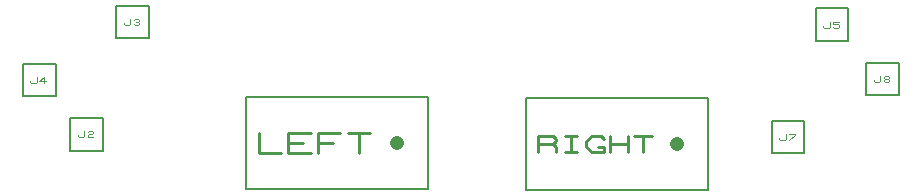
<source format=gbr>
G04 PROTEUS GERBER X2 FILE*
%TF.GenerationSoftware,Labcenter,Proteus,8.13-SP0-Build31525*%
%TF.CreationDate,2024-11-27T16:09:25+00:00*%
%TF.FileFunction,AssemblyDrawing,Top*%
%TF.FilePolarity,Positive*%
%TF.Part,Single*%
%TF.SameCoordinates,{6c36026d-0d5a-4654-bc71-8b13258c69e2}*%
%FSLAX45Y45*%
%MOMM*%
G01*
%TA.AperFunction,Material*%
%ADD15C,0.203200*%
%ADD19C,1.219200*%
%ADD70C,0.278550*%
%ADD71C,0.225260*%
%ADD20C,0.084660*%
%TD.AperFunction*%
D15*
X+2014586Y+428840D02*
X+3558906Y+428840D01*
X+3558906Y+1211160D01*
X+2014586Y+1211160D01*
X+2014586Y+428840D01*
D19*
X+3294746Y+820000D02*
X+3294746Y+820000D01*
D70*
X+2122792Y+903566D02*
X+2122792Y+736434D01*
X+2310814Y+736434D01*
X+2561511Y+736434D02*
X+2373489Y+736434D01*
X+2373489Y+903566D01*
X+2561511Y+903566D01*
X+2373489Y+820000D02*
X+2498837Y+820000D01*
X+2624186Y+736434D02*
X+2624186Y+903566D01*
X+2812208Y+903566D01*
X+2624186Y+820000D02*
X+2749534Y+820000D01*
X+2874883Y+903566D02*
X+3062905Y+903566D01*
X+2968894Y+903566D02*
X+2968894Y+736434D01*
D15*
X+4384586Y+418840D02*
X+5928906Y+418840D01*
X+5928906Y+1201160D01*
X+4384586Y+1201160D01*
X+4384586Y+418840D01*
D19*
X+5664746Y+810000D02*
X+5664746Y+810000D01*
D71*
X+4487349Y+742421D02*
X+4487349Y+877578D01*
X+4614058Y+877578D01*
X+4639400Y+855052D01*
X+4639400Y+832526D01*
X+4614058Y+810000D01*
X+4487349Y+810000D01*
X+4614058Y+810000D02*
X+4639400Y+787473D01*
X+4639400Y+742421D01*
X+4715425Y+877578D02*
X+4816793Y+877578D01*
X+4766109Y+877578D02*
X+4766109Y+742421D01*
X+4715425Y+742421D02*
X+4816793Y+742421D01*
X+4994186Y+787473D02*
X+5044870Y+787473D01*
X+5044870Y+742421D01*
X+4943502Y+742421D01*
X+4892819Y+787473D01*
X+4892819Y+832526D01*
X+4943502Y+877578D01*
X+5019528Y+877578D01*
X+5044870Y+855052D01*
X+5095554Y+742421D02*
X+5095554Y+877578D01*
X+5247605Y+877578D02*
X+5247605Y+742421D01*
X+5095554Y+810000D02*
X+5247605Y+810000D01*
X+5298289Y+877578D02*
X+5450340Y+877578D01*
X+5374314Y+877578D02*
X+5374314Y+742421D01*
D15*
X+527586Y+752840D02*
X+801906Y+752840D01*
X+801906Y+1027160D01*
X+527586Y+1027160D01*
X+527586Y+752840D01*
D20*
X+588547Y+881533D02*
X+588547Y+873066D01*
X+598071Y+864600D01*
X+636171Y+864600D01*
X+645696Y+873066D01*
X+645696Y+915399D01*
X+674270Y+906933D02*
X+683795Y+915399D01*
X+712370Y+915399D01*
X+721895Y+906933D01*
X+721895Y+898466D01*
X+712370Y+890000D01*
X+683795Y+890000D01*
X+674270Y+881533D01*
X+674270Y+864600D01*
X+721895Y+864600D01*
D15*
X+917586Y+1702840D02*
X+1191906Y+1702840D01*
X+1191906Y+1977160D01*
X+917586Y+1977160D01*
X+917586Y+1702840D01*
D20*
X+978547Y+1831533D02*
X+978547Y+1823066D01*
X+988071Y+1814600D01*
X+1026171Y+1814600D01*
X+1035696Y+1823066D01*
X+1035696Y+1865399D01*
X+1064270Y+1856933D02*
X+1073795Y+1865399D01*
X+1102370Y+1865399D01*
X+1111895Y+1856933D01*
X+1111895Y+1848466D01*
X+1102370Y+1840000D01*
X+1111895Y+1831533D01*
X+1111895Y+1823066D01*
X+1102370Y+1814600D01*
X+1073795Y+1814600D01*
X+1064270Y+1823066D01*
X+1083320Y+1840000D02*
X+1102370Y+1840000D01*
D15*
X+127586Y+1212840D02*
X+401906Y+1212840D01*
X+401906Y+1487160D01*
X+127586Y+1487160D01*
X+127586Y+1212840D01*
D20*
X+188547Y+1341533D02*
X+188547Y+1333066D01*
X+198071Y+1324600D01*
X+236171Y+1324600D01*
X+245696Y+1333066D01*
X+245696Y+1375399D01*
X+321895Y+1341533D02*
X+264746Y+1341533D01*
X+302845Y+1375399D01*
X+302845Y+1324600D01*
D15*
X+6837586Y+1682840D02*
X+7111906Y+1682840D01*
X+7111906Y+1957160D01*
X+6837586Y+1957160D01*
X+6837586Y+1682840D01*
D20*
X+6898547Y+1811533D02*
X+6898547Y+1803066D01*
X+6908071Y+1794600D01*
X+6946171Y+1794600D01*
X+6955696Y+1803066D01*
X+6955696Y+1845399D01*
X+7031895Y+1845399D02*
X+6984270Y+1845399D01*
X+6984270Y+1828466D01*
X+7022370Y+1828466D01*
X+7031895Y+1820000D01*
X+7031895Y+1803066D01*
X+7022370Y+1794600D01*
X+6993795Y+1794600D01*
X+6984270Y+1803066D01*
D15*
X+6467586Y+732840D02*
X+6741906Y+732840D01*
X+6741906Y+1007160D01*
X+6467586Y+1007160D01*
X+6467586Y+732840D01*
D20*
X+6528547Y+861533D02*
X+6528547Y+853066D01*
X+6538071Y+844600D01*
X+6576171Y+844600D01*
X+6585696Y+853066D01*
X+6585696Y+895399D01*
X+6614270Y+895399D02*
X+6661895Y+895399D01*
X+6661895Y+886933D01*
X+6614270Y+844600D01*
D15*
X+7267586Y+1222840D02*
X+7541906Y+1222840D01*
X+7541906Y+1497160D01*
X+7267586Y+1497160D01*
X+7267586Y+1222840D01*
D20*
X+7328547Y+1351533D02*
X+7328547Y+1343066D01*
X+7338071Y+1334600D01*
X+7376171Y+1334600D01*
X+7385696Y+1343066D01*
X+7385696Y+1385399D01*
X+7423795Y+1360000D02*
X+7414270Y+1368466D01*
X+7414270Y+1376933D01*
X+7423795Y+1385399D01*
X+7452370Y+1385399D01*
X+7461895Y+1376933D01*
X+7461895Y+1368466D01*
X+7452370Y+1360000D01*
X+7423795Y+1360000D01*
X+7414270Y+1351533D01*
X+7414270Y+1343066D01*
X+7423795Y+1334600D01*
X+7452370Y+1334600D01*
X+7461895Y+1343066D01*
X+7461895Y+1351533D01*
X+7452370Y+1360000D01*
M02*

</source>
